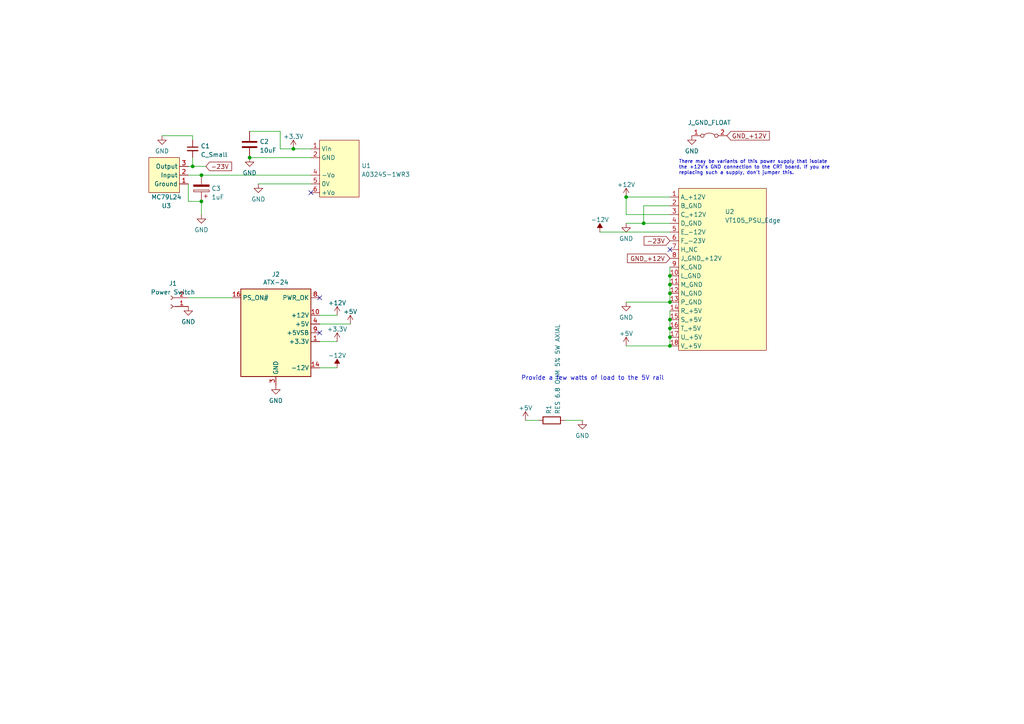
<source format=kicad_sch>
(kicad_sch (version 20211123) (generator eeschema)
  (paper "A4")
  (lib_symbols
    (symbol "Connector:ATX-24"
      (property "Reference" "J" (at -8.89 13.97 0))
      (property "Value" "ATX-24" (at 6.35 13.97 0))
      (symbol "ATX-24_0_1"
        (rectangle (start -10.16 12.7) (end 10.16 -12.7) (stroke (width 0.254)) (fill (type background)))
      )
      (symbol "ATX-24_1_1"
        (pin power_out line (at 12.7 -2.54 180) (length 2.54) (name "+3.3V") (number "1"))
        (pin power_out line (at 12.7 5.08 180) (length 2.54) (name "+12V") (number "10"))
        (pin passive line (at 12.7 5.08 180) (length 2.54) hide (name "+12V") (number "11"))
        (pin passive line (at 12.7 -2.54 180) (length 2.54) hide (name "+3.3V") (number "12"))
        (pin passive line (at 12.7 -2.54 180) (length 2.54) hide (name "+3.3V") (number "13"))
        (pin power_out line (at 12.7 -10.16 180) (length 2.54) (name "-12V") (number "14"))
        (pin passive line (at 0 -15.24 90) (length 2.54) hide (name "GND") (number "15"))
        (pin open_collector line (at -12.7 10.16 0) (length 2.54) (name "PS_ON#") (number "16"))
        (pin passive line (at 0 -15.24 90) (length 2.54) hide (name "GND") (number "17"))
        (pin passive line (at 0 -15.24 90) (length 2.54) hide (name "GND") (number "18"))
        (pin passive line (at 0 -15.24 90) (length 2.54) hide (name "GND") (number "19"))
        (pin passive line (at 12.7 -2.54 180) (length 2.54) hide (name "+3.3V") (number "2"))
        (pin no_connect line (at -10.16 0 0) (length 2.54) hide (name "NC") (number "20"))
        (pin passive line (at 12.7 2.54 180) (length 2.54) hide (name "+5V") (number "21"))
        (pin passive line (at 12.7 2.54 180) (length 2.54) hide (name "+5V") (number "22"))
        (pin passive line (at 12.7 2.54 180) (length 2.54) hide (name "+5V") (number "23"))
        (pin passive line (at 0 -15.24 90) (length 2.54) hide (name "GND") (number "24"))
        (pin power_out line (at 0 -15.24 90) (length 2.54) (name "GND") (number "3"))
        (pin power_out line (at 12.7 2.54 180) (length 2.54) (name "+5V") (number "4"))
        (pin passive line (at 0 -15.24 90) (length 2.54) hide (name "GND") (number "5"))
        (pin passive line (at 12.7 2.54 180) (length 2.54) hide (name "+5V") (number "6"))
        (pin passive line (at 0 -15.24 90) (length 2.54) hide (name "GND") (number "7"))
        (pin output line (at 12.7 10.16 180) (length 2.54) (name "PWR_OK") (number "8"))
        (pin power_out line (at 12.7 0 180) (length 2.54) (name "+5VSB") (number "9"))
      )
    )
    (symbol "Connector:Conn_01x02_Female" (pin_names (offset 1.016) hide)
      (property "Reference" "J" (at 0 2.54 0))
      (property "Value" "Conn_01x02_Female" (at 0 -5.08 0))
      (symbol "Conn_01x02_Female_1_1"
        (arc (start 0 -2.032) (mid -0.508 -2.54) (end 0 -3.048) (stroke (width 0.1524)))
        (polyline (pts (xy -1.27 -2.54) (xy -0.508 -2.54)) (stroke (width 0.1524)))
        (polyline (pts (xy -1.27 0) (xy -0.508 0)) (stroke (width 0.1524)))
        (arc (start 0 0.508) (mid -0.508 0) (end 0 -0.508) (stroke (width 0.1524)))
        (pin passive line (at -5.08 0 0) (length 3.81) (name "Pin_1") (number "1"))
        (pin passive line (at -5.08 -2.54 0) (length 3.81) (name "Pin_2") (number "2"))
      )
    )
    (symbol "Device:C" (pin_numbers hide) (pin_names (offset 0.254))
      (property "Reference" "C" (at 0.635 2.54 0))
      (property "Value" "C" (at 0.635 -2.54 0))
      (symbol "C_0_1"
        (polyline (pts (xy -2.032 -0.762) (xy 2.032 -0.762)) (stroke (width 0.508)))
        (polyline (pts (xy -2.032 0.762) (xy 2.032 0.762)) (stroke (width 0.508)))
      )
      (symbol "C_1_1"
        (pin passive line (at 0 3.81 270) (length 2.794) (name "~") (number "1"))
        (pin passive line (at 0 -3.81 90) (length 2.794) (name "~") (number "2"))
      )
    )
    (symbol "Device:C_Polarized" (pin_numbers hide) (pin_names (offset 0.254))
      (property "Reference" "C" (at 0.635 2.54 0))
      (property "Value" "C_Polarized" (at 0.635 -2.54 0))
      (symbol "C_Polarized_0_1"
        (rectangle (start -2.286 0.508) (end 2.286 1.016))
        (polyline (pts (xy -1.778 2.286) (xy -0.762 2.286)))
        (polyline (pts (xy -1.27 2.794) (xy -1.27 1.778)))
        (rectangle (start 2.286 -0.508) (end -2.286 -1.016) (fill (type outline)))
      )
      (symbol "C_Polarized_1_1"
        (pin passive line (at 0 3.81 270) (length 2.794) (name "~") (number "1"))
        (pin passive line (at 0 -3.81 90) (length 2.794) (name "~") (number "2"))
      )
    )
    (symbol "Device:C_Small" (pin_numbers hide) (pin_names (offset 0.254) hide)
      (property "Reference" "C" (at 0.254 1.778 0))
      (property "Value" "C_Small" (at 0.254 -2.032 0))
      (symbol "C_Small_0_1"
        (polyline (pts (xy -1.524 -0.508) (xy 1.524 -0.508)) (stroke (width 0.3302)))
        (polyline (pts (xy -1.524 0.508) (xy 1.524 0.508)) (stroke (width 0.3048)))
      )
      (symbol "C_Small_1_1"
        (pin passive line (at 0 2.54 270) (length 2.032) (name "~") (number "1"))
        (pin passive line (at 0 -2.54 90) (length 2.032) (name "~") (number "2"))
      )
    )
    (symbol "Device:R" (pin_numbers hide) (pin_names (offset 0))
      (property "Reference" "R" (at 2.032 0 90))
      (property "Value" "R" (at 0 0 90))
      (symbol "R_0_1"
        (rectangle (start -1.016 -2.54) (end 1.016 2.54) (stroke (width 0.254)))
      )
      (symbol "R_1_1"
        (pin passive line (at 0 3.81 270) (length 1.27) (name "~") (number "1"))
        (pin passive line (at 0 -3.81 90) (length 1.27) (name "~") (number "2"))
      )
    )
    (symbol "Jumper:Jumper_2_Bridged" (pin_names (offset 0) hide)
      (property "Reference" "JP" (at 0 1.905 0))
      (property "Value" "Jumper_2_Bridged" (at 0 -2.54 0))
      (symbol "Jumper_2_Bridged_0_0"
        (circle (center -2.032 0) (radius 0.508))
        (circle (center 2.032 0) (radius 0.508))
      )
      (symbol "Jumper_2_Bridged_0_1"
        (arc (start 1.524 0.254) (mid 0 0.762) (end -1.524 0.254))
      )
      (symbol "Jumper_2_Bridged_1_1"
        (pin passive line (at -5.08 0 0) (length 2.54) (name "A") (number "1"))
        (pin passive line (at 5.08 0 180) (length 2.54) (name "B") (number "2"))
      )
    )
    (symbol "VT105_Library:A0324S-1WR3"
      (property "Reference" "U" (at 0 1.27 0))
      (property "Value" "A0324S-1WR3" (at 0 -1.27 0))
      (symbol "A0324S-1WR3_0_1"
        (rectangle (start -5.08 -2.54) (end 6.35 -19.05) (stroke (width 0.1524)) (fill (type background)))
      )
      (symbol "A0324S-1WR3_1_1"
        (pin power_in line (at -7.62 -5.08 0) (length 2.54) (name "Vin") (number "1"))
        (pin power_in line (at -7.62 -7.62 0) (length 2.54) (name "GND") (number "2"))
        (pin power_out line (at -7.62 -12.7 0) (length 2.54) (name "-Vo") (number "4"))
        (pin power_out line (at -7.62 -15.24 0) (length 2.54) (name "0V") (number "5"))
        (pin power_out line (at -7.62 -17.78 0) (length 2.54) (name "+Vo") (number "6"))
      )
    )
    (symbol "VT105_Library:MC79L24"
      (property "Reference" "U" (at 0 1.27 0))
      (property "Value" "MC79L24" (at 0 -1.27 0))
      (symbol "MC79L24_0_1"
        (rectangle (start -3.81 -3.81) (end 5.08 -13.97) (stroke (width 0.1524)) (fill (type background)))
      )
      (symbol "MC79L24_1_1"
        (pin power_in line (at -6.35 -6.35 0) (length 2.54) (name "Ground") (number "1"))
        (pin power_in line (at -6.35 -8.89 0) (length 2.54) (name "Input") (number "2"))
        (pin power_out line (at -6.35 -11.43 0) (length 2.54) (name "Output") (number "3"))
      )
    )
    (symbol "VT105_Library:VT105_PSU_Edge" (in_bom no)
      (property "Reference" "U" (at 0.5833 3.2319 0))
      (property "Value" "VT105_PSU_Edge" (at 8.0539 1.3142 0))
      (symbol "VT105_PSU_Edge_0_1"
        (rectangle (start 0 0) (end 25.4 -46.99) (stroke (width 0.1524)) (fill (type background)))
      )
      (symbol "VT105_PSU_Edge_1_1"
        (pin input line (at -2.54 -2.54 0) (length 2.54) (name "A_+12V") (number "1"))
        (pin input line (at -2.54 -25.4 0) (length 2.54) (name "L_GND") (number "10"))
        (pin input line (at -2.54 -27.94 0) (length 2.54) (name "M_GND") (number "11"))
        (pin input line (at -2.54 -30.48 0) (length 2.54) (name "N_GND") (number "12"))
        (pin input line (at -2.54 -33.02 0) (length 2.54) (name "P_GND") (number "13"))
        (pin input line (at -2.54 -35.56 0) (length 2.54) (name "R_+5V") (number "14"))
        (pin input line (at -2.54 -38.1 0) (length 2.54) (name "S_+5V") (number "15"))
        (pin input line (at -2.54 -40.64 0) (length 2.54) (name "T_+5V") (number "16"))
        (pin input line (at -2.54 -43.18 0) (length 2.54) (name "U_+5V") (number "17"))
        (pin input line (at -2.54 -45.72 0) (length 2.54) (name "V_+5V") (number "18"))
        (pin input line (at -2.54 -5.08 0) (length 2.54) (name "B_GND") (number "2"))
        (pin input line (at -2.54 -7.62 0) (length 2.54) (name "C_+12V") (number "3"))
        (pin input line (at -2.54 -10.16 0) (length 2.54) (name "D_GND") (number "4"))
        (pin input line (at -2.54 -12.7 0) (length 2.54) (name "E_-12V") (number "5"))
        (pin input line (at -2.54 -15.24 0) (length 2.54) (name "F_-23V") (number "6"))
        (pin input line (at -2.54 -17.78 0) (length 2.54) (name "H_NC") (number "7"))
        (pin input line (at -2.54 -20.32 0) (length 2.54) (name "J_GND_+12V") (number "8"))
        (pin input line (at -2.54 -22.86 0) (length 2.54) (name "K_GND") (number "9"))
      )
    )
    (symbol "power:+12V" (power) (pin_names (offset 0))
      (property "Value" "+12V" (at 0 3.556 0))
      (symbol "+12V_0_1"
        (polyline (pts (xy -0.762 1.27) (xy 0 2.54)))
        (polyline (pts (xy 0 0) (xy 0 2.54)))
        (polyline (pts (xy 0 2.54) (xy 0.762 1.27)))
      )
      (symbol "+12V_1_1"
        (pin power_in line (at 0 0 90) (length 0) hide (name "+12V") (number "1"))
      )
    )
    (symbol "power:+3.3V" (power) (pin_names (offset 0))
      (property "Value" "+3.3V" (at 0 3.556 0))
      (symbol "+3.3V_0_1"
        (polyline (pts (xy -0.762 1.27) (xy 0 2.54)))
        (polyline (pts (xy 0 0) (xy 0 2.54)))
        (polyline (pts (xy 0 2.54) (xy 0.762 1.27)))
      )
      (symbol "+3.3V_1_1"
        (pin power_in line (at 0 0 90) (length 0) hide (name "+3.3V") (number "1"))
      )
    )
    (symbol "power:+5V" (power) (pin_names (offset 0))
      (property "Value" "+5V" (at 0 3.556 0))
      (symbol "+5V_0_1"
        (polyline (pts (xy -0.762 1.27) (xy 0 2.54)))
        (polyline (pts (xy 0 0) (xy 0 2.54)))
        (polyline (pts (xy 0 2.54) (xy 0.762 1.27)))
      )
      (symbol "+5V_1_1"
        (pin power_in line (at 0 0 90) (length 0) hide (name "+5V") (number "1"))
      )
    )
    (symbol "power:-12V" (power) (pin_names (offset 0))
      (property "Value" "-12V" (at 0 3.81 0))
      (symbol "-12V_0_0"
        (pin power_in line (at 0 0 90) (length 0) hide (name "-12V") (number "1"))
      )
      (symbol "-12V_0_1"
        (polyline (pts (xy 0 0) (xy 0 1.27) (xy 0.762 1.27) (xy 0 2.54) (xy -0.762 1.27) (xy 0 1.27)) (fill (type outline)))
      )
    )
    (symbol "power:GND" (power) (pin_names (offset 0))
      (property "Value" "GND" (at 0 -3.81 0))
      (symbol "GND_0_1"
        (polyline (pts (xy 0 0) (xy 0 -1.27) (xy 1.27 -1.27) (xy 0 -2.54) (xy -1.27 -1.27) (xy 0 -1.27)))
      )
      (symbol "GND_1_1"
        (pin power_in line (at 0 0 270) (length 0) hide (name "GND") (number "1"))
      )
    )
  )
  (junction (at 72.39 45.72))
  (junction (at 181.61 57.15))
  (junction (at 194.31 92.71))
  (junction (at 194.31 100.33))
  (junction (at 194.31 82.55))
  (junction (at 55.88 48.26))
  (junction (at 194.31 85.09))
  (junction (at 194.31 97.79))
  (junction (at 186.69 64.77))
  (junction (at 194.31 80.01))
  (junction (at 194.31 95.25))
  (junction (at 58.42 58.42))
  (junction (at 194.31 87.63))
  (junction (at 58.42 50.8))
  (junction (at 85.09 43.18))
  (no_connect (at 90.17 55.88))
  (no_connect (at 92.71 96.52))
  (no_connect (at 194.31 72.39))
  (no_connect (at 92.71 86.36))
  (wire (pts (xy 186.69 59.69) (xy 186.69 64.77)))
  (wire (pts (xy 92.71 91.44) (xy 97.79 91.44)))
  (wire (pts (xy 181.61 100.33) (xy 194.31 100.33)))
  (wire (pts (xy 81.28 43.18) (xy 85.09 43.18)))
  (wire (pts (xy 181.61 57.15) (xy 181.61 62.23)))
  (wire (pts (xy 194.31 85.09) (xy 194.31 87.63)))
  (wire (pts (xy 55.88 48.26) (xy 59.69 48.26)))
  (wire (pts (xy 186.69 64.77) (xy 194.31 64.77)))
  (wire (pts (xy 163.83 121.92) (xy 168.91 121.92)))
  (wire (pts (xy 181.61 57.15) (xy 194.31 57.15)))
  (wire (pts (xy 181.61 87.63) (xy 194.31 87.63)))
  (wire (pts (xy 55.88 45.72) (xy 55.88 48.26)))
  (wire (pts (xy 194.31 59.69) (xy 186.69 59.69)))
  (wire (pts (xy 54.61 86.36) (xy 67.31 86.36)))
  (wire (pts (xy 46.99 39.37) (xy 55.88 39.37)))
  (wire (pts (xy 194.31 92.71) (xy 194.31 95.25)))
  (wire (pts (xy 85.09 43.18) (xy 90.17 43.18)))
  (wire (pts (xy 58.42 50.8) (xy 90.17 50.8)))
  (wire (pts (xy 72.39 45.72) (xy 90.17 45.72)))
  (wire (pts (xy 54.61 58.42) (xy 58.42 58.42)))
  (wire (pts (xy 74.93 53.34) (xy 90.17 53.34)))
  (wire (pts (xy 54.61 50.8) (xy 58.42 50.8)))
  (wire (pts (xy 181.61 64.77) (xy 186.69 64.77)))
  (wire (pts (xy 194.31 90.17) (xy 194.31 92.71)))
  (wire (pts (xy 173.99 67.31) (xy 194.31 67.31)))
  (wire (pts (xy 58.42 58.42) (xy 58.42 62.23)))
  (wire (pts (xy 194.31 95.25) (xy 194.31 97.79)))
  (wire (pts (xy 194.31 97.79) (xy 194.31 100.33)))
  (wire (pts (xy 81.28 38.1) (xy 81.28 43.18)))
  (wire (pts (xy 194.31 62.23) (xy 181.61 62.23)))
  (wire (pts (xy 92.71 99.06) (xy 97.79 99.06)))
  (wire (pts (xy 54.61 48.26) (xy 55.88 48.26)))
  (wire (pts (xy 55.88 39.37) (xy 55.88 40.64)))
  (wire (pts (xy 194.31 77.47) (xy 194.31 80.01)))
  (wire (pts (xy 92.71 93.98) (xy 101.6 93.98)))
  (wire (pts (xy 54.61 53.34) (xy 54.61 58.42)))
  (wire (pts (xy 152.4 121.92) (xy 156.21 121.92)))
  (wire (pts (xy 194.31 80.01) (xy 194.31 82.55)))
  (wire (pts (xy 72.39 38.1) (xy 81.28 38.1)))
  (wire (pts (xy 97.79 106.68) (xy 92.71 106.68)))
  (wire (pts (xy 194.31 82.55) (xy 194.31 85.09)))
  (text "Provide a few watts of load to the 5V rail\n" (at 151.13 110.49 0) (effects (font (size 1.27 1.27)) (justify left bottom)))
  (text "There may be variants of this power supply that isolate\nthe +12V's GND connection to the CRT board. If you are\nreplacing such a supply, don't jumper this." (at 196.85 50.8 0) (effects (font (size 1 1)) (justify left bottom)))
  (global_label "-23V" (shape input) (at 194.31 69.85 180) (property "Intersheet References" "${INTERSHEET_REFS}" (effects hide)))
  (global_label "-23V" (shape input) (at 59.69 48.26 0) (property "Intersheet References" "${INTERSHEET_REFS}" (effects hide)))
  (global_label "GND_+12V" (shape input) (at 210.82 39.37 0) (property "Intersheet References" "${INTERSHEET_REFS}" (effects hide)))
  (global_label "GND_+12V" (shape input) (at 194.31 74.93 180) (property "Intersheet References" "${INTERSHEET_REFS}" (effects hide)))
  (symbol (lib_id "Connector:ATX-24") (at 80.01 96.52 0) (unit 1)
    (property "Reference" "J2" (at 80.01 79.5782 0))
    (property "Value" "ATX-24" (at 80.01 81.8896 0))
    (property "Footprint" "Connectors:ATX24_RIGHT_ANGLE" (effects hide))
    (property "Datasheet" "https://www.molex.com/pdm_docs/sd/039301240_sd.pdf" (effects hide))
    (property "Manufacturer" "Molex" (effects hide))
    (property "Digi-Key Part Number" "WM1362-ND" (effects hide))
    (property "Part Number" "0039301240" (effects hide))
  )
  (symbol (lib_id "power:GND") (at 181.61 64.77 0) (unit 1)
    (property "Reference" "#GND0103" (effects hide))
    (property "Value" "GND" (at 181.61 69.2134 0))
  )
  (symbol (lib_id "power:GND") (at 200.66 39.37 0) (unit 1)
    (property "Reference" "#GND0102" (effects hide))
    (property "Value" "GND" (at 200.66 43.8134 0))
  )
  (symbol (lib_id "power:-12V") (at 173.99 67.31 0) (unit 1)
    (property "Reference" "#PWR0103" (effects hide))
    (property "Value" "-12V" (at 173.99 63.7342 0))
  )
  (symbol (lib_id "power:GND") (at 80.01 111.76 0) (unit 1)
    (property "Reference" "#GND0106" (effects hide))
    (property "Value" "GND" (at 80.01 116.2034 0))
  )
  (symbol (lib_id "VT105_Library:MC79L24") (at 48.26 59.69 180) (unit 1)
    (property "Reference" "U3" (at 48.26 59.69 0))
    (property "Value" "MC79L24" (at 48.26 57.15 0))
    (property "Footprint" "Package_TO_SOT_THT:TO-92_Inline" (effects hide))
    (property "Datasheet" "https://www.onsemi.com/pdf/datasheet/mc79l00-d.pdf" (effects hide))
    (property "Digi-Key Part Number" "MC79L24ABPG-ND" (effects hide))
    (property "Part Number" "MC79L24ABPG" (effects hide))
    (property "Manufacturer" "onsemi" (effects hide))
  )
  (symbol (lib_id "power:GND") (at 72.39 45.72 0) (unit 1)
    (property "Reference" "#GND0105" (effects hide))
    (property "Value" "GND" (at 72.39 50.1634 0))
  )
  (symbol (lib_id "power:+5V") (at 101.6 93.98 0) (unit 1)
    (property "Reference" "#PWR0106" (effects hide))
    (property "Value" "+5V" (at 101.6 90.4042 0))
  )
  (symbol (lib_id "VT105_Library:VT105_PSU_Edge") (at 196.85 54.61 0) (unit 1) (in_bom no)
    (property "Reference" "U2" (at 210.2612 61.3953 0) (effects (justify left)))
    (property "Value" "VT105_PSU_Edge" (at 210.2612 63.9322 0) (effects (justify left)))
    (property "Footprint" "VT105_Library:VT105_Card_Edge" (effects hide))
  )
  (symbol (lib_id "Device:C") (at 72.39 41.91 0) (unit 1)
    (property "Reference" "C2" (at 75.311 41.0753 0) (effects (justify left)))
    (property "Value" "10uF" (at 75.311 43.6122 0) (effects (justify left)))
    (property "Footprint" "Capacitor_THT:CP_Radial_D5.0mm_P2.00mm" (effects hide))
    (property "Datasheet" "https://www.we-online.com/katalog/datasheet/860010372001.pdf" (effects hide))
    (property "Part Number" "860010372001" (effects hide))
    (property "Manufacturer" "Würth Elektronik" (effects hide))
    (property "Digi-Key Part Number" "732-8593-1-ND" (effects hide))
  )
  (symbol (lib_id "power:+12V") (at 97.79 91.44 0) (unit 1)
    (property "Reference" "#PWR0105" (effects hide))
    (property "Value" "+12V" (at 97.79 87.8642 0))
  )
  (symbol (lib_id "Jumper:Jumper_2_Bridged") (at 205.74 39.37 0) (unit 1)
    (property "Reference" "JP1" (effects hide))
    (property "Value" "J_GND_FLOAT" (at 205.74 35.56 0))
    (property "Footprint" "Jumper:SolderJumper-2_P1.3mm_Bridged2Bar_Pad1.0x1.5mm" (effects hide))
  )
  (symbol (lib_id "power:GND") (at 74.93 53.34 0) (unit 1)
    (property "Reference" "#GND0109" (effects hide))
    (property "Value" "GND" (at 74.93 57.7834 0))
  )
  (symbol (lib_id "power:+3.3V") (at 85.09 43.18 0) (unit 1)
    (property "Reference" "#PWR0108" (effects hide))
    (property "Value" "+3.3V" (at 85.09 39.6042 0))
  )
  (symbol (lib_id "power:GND") (at 54.61 88.9 0) (unit 1)
    (property "Reference" "#GND0107" (effects hide))
    (property "Value" "GND" (at 54.61 93.3434 0))
  )
  (symbol (lib_id "power:+12V") (at 181.61 57.15 0) (unit 1)
    (property "Reference" "#PWR0102" (effects hide))
    (property "Value" "+12V" (at 181.61 53.5742 0))
  )
  (symbol (lib_id "VT105_Library:A0324S-1WR3") (at 97.79 38.1 0) (unit 1)
    (property "Reference" "U1" (at 104.8512 48.0603 0) (effects (justify left)))
    (property "Value" "A0324S-1WR3" (at 104.8512 50.5972 0) (effects (justify left)))
    (property "Footprint" "VT105_Library:A0324S-1WR3‎" (effects hide))
    (property "Datasheet" "https://www.mornsun-power.com/html/pdf/A0324S-1WR3.html" (effects hide))
    (property "Part Number" "A0324S-1WR3" (effects hide))
    (property "Digi-Key Part Number" "2725-A0324S-1WR3-ND" (effects hide))
    (property "Manufacturer" "Mornsun America, LLC" (effects hide))
  )
  (symbol (lib_id "power:GND") (at 168.91 121.92 0) (unit 1)
    (property "Reference" "#GND0104" (effects hide))
    (property "Value" "GND" (at 168.91 126.3634 0))
  )
  (symbol (lib_id "power:GND") (at 58.42 62.23 0) (unit 1)
    (property "Reference" "#GND0108" (effects hide))
    (property "Value" "GND" (at 58.42 66.6734 0))
  )
  (symbol (lib_id "Device:R") (at 160.02 121.92 90) (unit 1)
    (property "Reference" "R1" (at 159.1853 120.142 0) (effects (justify left)))
    (property "Value" "RES 6.8 OHM 5% 5W AXIAL" (at 161.7222 120.142 0) (effects (justify left)))
    (property "Footprint" "VT105_Library:ROX5SSJ6R8" (effects hide))
    (property "Manufacturer" "TE Connectivity Passive Product" (effects hide))
    (property "Part Number" "ROX5SSJ6R8" (effects hide))
    (property "Digi-Key Part Number" "A142748CT-ND" (effects hide))
  )
  (symbol (lib_id "power:GND") (at 46.99 39.37 0) (unit 1)
    (property "Reference" "#GND01" (effects hide))
    (property "Value" "GND" (at 46.99 43.8134 0))
  )
  (symbol (lib_id "power:-12V") (at 97.79 106.68 0) (unit 1)
    (property "Reference" "#PWR0107" (effects hide))
    (property "Value" "-12V" (at 97.79 103.1042 0))
  )
  (symbol (lib_id "Connector:Conn_01x02_Female") (at 49.53 88.9 180) (unit 1)
    (property "Reference" "J1" (at 50.165 82.203 0))
    (property "Value" "Power Switch" (at 50.165 84.7399 0))
    (property "Footprint" "Connector_JST:JST_XH_B2B-XH-A_1x02_P2.50mm_Vertical" (effects hide))
    (property "Digi-Key Part Number" "455-2247-ND" (effects hide))
    (property "Part Number" "B2B-XH-A(LF)(SN)" (effects hide))
    (property "Manufacturer" "JST Sales America Inc." (effects hide))
  )
  (symbol (lib_id "power:+3.3V") (at 97.79 99.06 0) (unit 1)
    (property "Reference" "#PWR0109" (effects hide))
    (property "Value" "+3.3V" (at 97.79 95.4842 0))
  )
  (symbol (lib_id "Device:C_Polarized") (at 58.42 54.61 180) (unit 1)
    (property "Reference" "C3" (at 61.341 54.6643 0) (effects (justify right)))
    (property "Value" "1uF" (at 61.341 57.2012 0) (effects (justify right)))
    (property "Footprint" "Capacitor_THT:CP_Radial_D5.0mm_P2.00mm" (effects hide))
    (property "Datasheet" "https://www.we-online.com/katalog/datasheet/860020672005.pdf" (effects hide))
    (property "Digi-Key Part Number" "732-8851-1-ND" (effects hide))
    (property "Part Number" "860020672005" (effects hide))
    (property "Manufacturer" "Würth Elektronik" (effects hide))
  )
  (symbol (lib_id "Device:C_Small") (at 55.88 43.18 0) (unit 1)
    (property "Reference" "C1" (at 58.2041 42.3516 0) (effects (justify left)))
    (property "Value" "C_Small" (at 58.2041 44.8885 0) (effects (justify left)))
    (property "Footprint" "Capacitor_THT:C_Disc_D3.8mm_W2.6mm_P2.50mm" (effects hide))
    (property "Datasheet" "https://connect.kemet.com:7667/gateway/IntelliData-ComponentDocumentation/1.0/download/datasheet/C315C104M5U5TA" (effects hide))
    (property "Digi-Key Part Number" "399-4151-ND" (effects hide))
    (property "Part Number" "C315C104M5U5TA" (effects hide))
    (property "Manufacturer" "Kemet" (effects hide))
  )
  (symbol (lib_id "power:+5V") (at 152.4 121.92 0) (unit 1)
    (property "Reference" "#PWR0104" (effects hide))
    (property "Value" "+5V" (at 152.4 118.3442 0))
  )
  (symbol (lib_id "power:GND") (at 181.61 87.63 0) (unit 1)
    (property "Reference" "#GND0101" (effects hide))
    (property "Value" "GND" (at 181.61 92.0734 0))
  )
  (symbol (lib_id "power:+5V") (at 181.61 100.33 0) (unit 1)
    (property "Reference" "#PWR0101" (effects hide))
    (property "Value" "+5V" (at 181.61 96.7542 0))
  )
)
</source>
